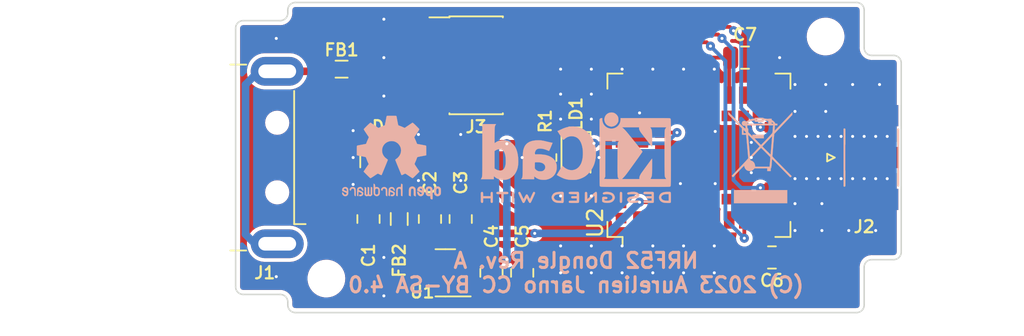
<source format=kicad_pcb>
(kicad_pcb (version 20211014) (generator pcbnew)

  (general
    (thickness 1.6)
  )

  (paper "A4")
  (title_block
    (title "NRF52 Dongle")
    (date "2023-03-12")
    (rev "A")
    (company "Aurelien Jarno <aurelien@aurel32.net>")
    (comment 1 "Licence: CC-BY SA 4.0")
  )

  (layers
    (0 "F.Cu" signal)
    (31 "B.Cu" signal)
    (32 "B.Adhes" user "B.Adhesive")
    (33 "F.Adhes" user "F.Adhesive")
    (34 "B.Paste" user)
    (35 "F.Paste" user)
    (36 "B.SilkS" user "B.Silkscreen")
    (37 "F.SilkS" user "F.Silkscreen")
    (38 "B.Mask" user)
    (39 "F.Mask" user)
    (40 "Dwgs.User" user "User.Drawings")
    (41 "Cmts.User" user "User.Comments")
    (42 "Eco1.User" user "User.Eco1")
    (43 "Eco2.User" user "User.Eco2")
    (44 "Edge.Cuts" user)
    (45 "Margin" user)
    (46 "B.CrtYd" user "B.Courtyard")
    (47 "F.CrtYd" user "F.Courtyard")
    (48 "B.Fab" user)
    (49 "F.Fab" user)
    (50 "User.1" user)
    (51 "User.2" user)
    (52 "User.3" user)
    (53 "User.4" user)
    (54 "User.5" user)
    (55 "User.6" user)
    (56 "User.7" user)
    (57 "User.8" user)
    (58 "User.9" user)
  )

  (setup
    (stackup
      (layer "F.SilkS" (type "Top Silk Screen"))
      (layer "F.Paste" (type "Top Solder Paste"))
      (layer "F.Mask" (type "Top Solder Mask") (thickness 0.01))
      (layer "F.Cu" (type "copper") (thickness 0.035))
      (layer "dielectric 1" (type "core") (thickness 1.51) (material "FR4") (epsilon_r 4.5) (loss_tangent 0.02))
      (layer "B.Cu" (type "copper") (thickness 0.035))
      (layer "B.Mask" (type "Bottom Solder Mask") (thickness 0.01))
      (layer "B.Paste" (type "Bottom Solder Paste"))
      (layer "B.SilkS" (type "Bottom Silk Screen"))
      (copper_finish "None")
      (dielectric_constraints no)
    )
    (pad_to_mask_clearance 0)
    (pcbplotparams
      (layerselection 0x00010fc_ffffffff)
      (disableapertmacros false)
      (usegerberextensions false)
      (usegerberattributes true)
      (usegerberadvancedattributes true)
      (creategerberjobfile true)
      (svguseinch false)
      (svgprecision 6)
      (excludeedgelayer true)
      (plotframeref false)
      (viasonmask false)
      (mode 1)
      (useauxorigin false)
      (hpglpennumber 1)
      (hpglpenspeed 20)
      (hpglpendiameter 15.000000)
      (dxfpolygonmode true)
      (dxfimperialunits true)
      (dxfusepcbnewfont true)
      (psnegative false)
      (psa4output false)
      (plotreference true)
      (plotvalue true)
      (plotinvisibletext false)
      (sketchpadsonfab false)
      (subtractmaskfromsilk false)
      (outputformat 1)
      (mirror false)
      (drillshape 1)
      (scaleselection 1)
      (outputdirectory "")
    )
  )

  (net 0 "")
  (net 1 "GND")
  (net 2 "+5V")
  (net 3 "+3V3")
  (net 4 "/RESET")
  (net 5 "/USB_D+")
  (net 6 "unconnected-(J3-Pad7)")
  (net 7 "unconnected-(J3-Pad8)")
  (net 8 "/USB_D-")
  (net 9 "VBUS")
  (net 10 "Net-(J2-Pad1)")
  (net 11 "Net-(LD1-Pad1)")
  (net 12 "/SWDIO")
  (net 13 "/SWDCLK")
  (net 14 "/SWO")
  (net 15 "Net-(FB1-Pad2)")
  (net 16 "Net-(LD1-Pad2)")
  (net 17 "unconnected-(U2-Pad1)")
  (net 18 "unconnected-(U2-Pad2)")
  (net 19 "unconnected-(U2-Pad3)")
  (net 20 "unconnected-(U2-Pad4)")
  (net 21 "unconnected-(U2-Pad5)")
  (net 22 "unconnected-(U2-Pad7)")
  (net 23 "unconnected-(U2-Pad16)")
  (net 24 "unconnected-(U2-Pad17)")
  (net 25 "unconnected-(U2-Pad18)")
  (net 26 "unconnected-(U2-Pad20)")
  (net 27 "unconnected-(U2-Pad21)")
  (net 28 "unconnected-(U2-Pad22)")
  (net 29 "unconnected-(U2-Pad23)")
  (net 30 "unconnected-(U2-Pad24)")
  (net 31 "unconnected-(U2-Pad25)")
  (net 32 "unconnected-(U2-Pad27)")
  (net 33 "unconnected-(U2-Pad28)")
  (net 34 "unconnected-(U2-Pad29)")
  (net 35 "unconnected-(U2-Pad32)")
  (net 36 "unconnected-(U2-Pad33)")
  (net 37 "unconnected-(U2-Pad34)")
  (net 38 "unconnected-(U2-Pad35)")
  (net 39 "unconnected-(U2-Pad36)")
  (net 40 "unconnected-(U2-Pad37)")
  (net 41 "unconnected-(U2-Pad38)")
  (net 42 "unconnected-(U2-Pad39)")
  (net 43 "unconnected-(U2-Pad40)")
  (net 44 "unconnected-(U2-Pad41)")
  (net 45 "unconnected-(U2-Pad42)")
  (net 46 "unconnected-(U2-Pad44)")
  (net 47 "unconnected-(U2-Pad45)")
  (net 48 "unconnected-(U2-Pad46)")
  (net 49 "unconnected-(U2-Pad47)")
  (net 50 "unconnected-(U2-Pad48)")
  (net 51 "unconnected-(U2-Pad49)")
  (net 52 "unconnected-(U2-Pad50)")
  (net 53 "unconnected-(U2-Pad51)")
  (net 54 "unconnected-(U2-Pad52)")

  (footprint "Connector_PinHeader_1.27mm:PinHeader_2x05_P1.27mm_Vertical_SMD" (layer "F.Cu") (at 145.8 95.504))

  (footprint "Inductor_SMD:L_0805_2012Metric" (layer "F.Cu") (at 140.716 105.664 -90))

  (footprint "Package_TO_SOT_SMD:SOT-23" (layer "F.Cu") (at 143.764 109.22 180))

  (footprint "LED_SMD:LED_0805_2012Metric" (layer "F.Cu") (at 152.4 101.6 -90))

  (footprint "Package_TO_SOT_SMD:SOT-143" (layer "F.Cu") (at 139.7 101.6 -90))

  (footprint "Connector_USB:USB_A_CNCTech_1001-011-01101_Horizontal" (layer "F.Cu") (at 125.75 101.6 180))

  (footprint "Capacitor_SMD:C_0805_2012Metric" (layer "F.Cu") (at 138.684 105.664 -90))

  (footprint "MountingHole:MountingHole_2mm" (layer "F.Cu") (at 135.9 109.6))

  (footprint "kicad:SMA_RF-Solutions_CON-SMA-EDGE-S_EdgeMount" (layer "F.Cu") (at 171.704 101.6))

  (footprint "Capacitor_SMD:C_0805_2012Metric" (layer "F.Cu") (at 144.78 105.664 90))

  (footprint "Capacitor_SMD:C_0805_2012Metric" (layer "F.Cu") (at 146.812 109.22 -90))

  (footprint "Capacitor_SMD:C_0805_2012Metric" (layer "F.Cu") (at 148.844 109.22 -90))

  (footprint "kicad:NINA-B301" (layer "F.Cu") (at 160.528 101.45 90))

  (footprint "Capacitor_SMD:C_0805_2012Metric" (layer "F.Cu") (at 163.576 94.996))

  (footprint "Capacitor_SMD:C_0805_2012Metric" (layer "F.Cu") (at 165.354 108.204))

  (footprint "Inductor_SMD:L_0805_2012Metric" (layer "F.Cu") (at 136.906 95.758 180))

  (footprint "Resistor_SMD:R_0805_2012Metric" (layer "F.Cu") (at 150.368 101.6 90))

  (footprint "Capacitor_SMD:C_0805_2012Metric" (layer "F.Cu") (at 142.748 105.664 90))

  (footprint "MountingHole:MountingHole_2mm" (layer "F.Cu") (at 168.9 93.6))

  (footprint "Symbol:WEEE-Logo_4.2x6mm_SilkScreen" (layer "B.Cu") (at 164.592 101.6 180))

  (footprint "Symbol:OSHW-Logo2_7.3x6mm_SilkScreen" (layer "B.Cu") (at 140.208 101.6 180))

  (footprint "Symbol:KiCad-Logo2_5mm_SilkScreen" locked (layer "B.Cu")
    (tedit 0) (tstamp e4e89c0e-95a9-426e-ae25-ee29c48c2e9c)
    (at 152.4 101.6 180)
    (descr "KiCad Logo")
    (tags "Logo KiCad")
    (attr exclude_from_pos_files exclude_from_bom)
    (fp_text reference "REF**" (at 0 5.08) (layer "B.SilkS") hide
      (effects (font (size 1 1) (thickness 0.15)) (justify mirror))
      (tstamp be39bb31-ed93-4af4-8934-f107504abd01)
    )
    (fp_text value "KiCad-Logo2_5mm_SilkScreen" (at 0 -5.08) (layer "B.Fab") hide
      (effects (font (size 1 1) (thickness 0.15)) (justify mirror))
      (tstamp 381ca6c6-a100-45f7-a4cd-6935114473c0)
    )
    (fp_poly (pts
        (xy -3.691703 -2.270351)
        (xy -3.616888 -2.275581)
        (xy -3.547306 -2.28375)
        (xy -3.487002 -2.29455)
        (xy -3.44002 -2.307673)
        (xy -3.410406 -2.322813)
        (xy -3.40586 -2.327269)
        (xy -3.390054 -2.36185)
        (xy -3.394847 -2.397351)
        (xy -3.419364 -2.427725)
        (xy -3.420534 -2.428596)
        (xy -3.434954 -2.437954)
        (xy -3.450008 -2.442876)
        (xy -3.471005 -2.443473)
        (xy -3.503257 -2.439861)
        (xy -3.552073 -2.432154)
        (xy -3.556 -2.431505)
        (xy -3.628739 -2.422569)
        (xy -3.707217 -2.418161)
        (xy -3.785927 -2.418119)
        (xy -3.859361 -2.422279)
        (xy -3.922011 -2.430479)
        (xy -3.96837 -2.442557)
        (xy -3.971416 -2.443771)
        (xy -4.005048 -2.462615)
        (xy -4.016864 -2.481685)
        (xy -4.007614 -2.500439)
        (xy -3.978047 -2.518337)
        (xy -3.928911 -2.534837)
        (xy -3.860957 -2.549396)
        (xy -3.815645 -2.556406)
        (xy -3.721456 -2.569889)
        (xy -3.646544 -2.582214)
        (xy -3.587717 -2.594449)
        (xy -3.541785 -2.607661)
        (xy -3.505555 -2.622917)
        (xy -3.475838 -2.641285)
        (xy -3.449442 -2.663831)
        (xy -3.42823 -2.685971)
        (xy -3.403065 -2.716819)
        (xy -3.390681 -2.743345)
        (xy -3.386808 -2.776026)
        (xy -3.386667 -2.787995)
        (xy -3.389576 -2.827712)
        (xy -3.401202 -2.857259)
        (xy -3.421323 -2.883486)
        (xy -3.462216 -2.923576)
        (xy -3.507817 -2.954149)
        (xy -3.561513 -2.976203)
        (xy -3.626692 -2.990735)
        (xy -3.706744 -2.998741)
        (xy -3.805057 -3.001218)
        (xy -3.821289 -3.001177)
        (xy -3.886849 -2.999818)
        (xy -3.951866 -2.99673)
        (xy -4.009252 -2.992356)
        (xy -4.051922 -2.98714)
        (xy -4.055372 -2.986541)
        (xy -4.097796 -2.976491)
        (xy -4.13378 -2.963796)
        (xy -4.15415 -2.95219)
        (xy -4.173107 -2.921572)
        (xy -4.174427 -2.885918)
        (xy -4.158085 -2.854144)
        (xy -4.154429 -2.850551)
        (xy -4.139315 -2.839876)
        (xy -4.120415 -2.835276)
        (xy -4.091162 -2.836059)
        (xy -4.055651 -2.840127)
        (xy -4.01597 -2.843762)
        (xy -3.960345 -2.846828)
        (xy -3.895406 -2.849053)
        (xy -3.827785 -2.850164)
        (xy -3.81 -2.850237)
        (xy -3.742128 -2.849964)
        (xy -3.692454 -2.848646)
        (xy -3.65661 -2.845827)
        (xy -3.630224 -2.84105)
        (xy -3.608926 -2.833857)
        (xy -3.596126 -2.827867)
        (xy -3.568 -2.811233)
        (xy -3.550068 -2.796168)
        (xy -3.547447 -2.791897)
        (xy -3.552976 -2.774263)
        (xy -3.57926 -2.757192)
        (xy -3.624478 -2.741458)
        (xy -3.686808 -2.727838)
        (xy -3.705171 -2.724804)
        (xy -3.80109 -2.709738)
        (xy -3.877641 -2.697146)
        (xy -3.93778 -2.686111)
        (xy -3.98446 -2.67572)
        (xy -4.020637 -2.665056)
        (xy -4.049265 -2.653205)
        (xy -4.073298 -2.639251)
        (xy -4.095692 -2.622281)
        (xy -4.119402 -2.601378)
        (xy -4.12738 -2.594049)
        (xy -4.155353 -2.566699)
        (xy -4.17016 -2.545029)
        (xy -4.175952 -2.520232)
        (xy -4.176889 -2.488983)
        (xy -4.166575 -2.427705)
        (xy -4.135752 -2.37564)
        (xy -4.084595 -2.332958)
        (xy -4.013283 -2.299825)
        (xy -3.9624 -2.284964)
        (xy -3.9071 -2.275366)
        (xy -3.840853 -2.269936)
        (xy -3.767706 -2.268367)
        (xy -3.691703 -2.270351)
      ) (layer "B.SilkS") (width 0.01) (fill solid) (tstamp 06e93b06-f6bf-4b84-87c2-16b5b0282b66))
    (fp_poly (pts
        (xy 4.963065 -2.269163)
        (xy 5.041772 -2.269542)
        (xy 5.102863 -2.270333)
        (xy 5.148817 -2.27167)
        (xy 5.182114 -2.273683)
        (xy 5.205236 -2.276506)
        (xy 5.220662 -2.280269)
        (xy 5.230871 -2.285105)
        (xy 5.235813 -2.288822)
        (xy 5.261457 -2.321358)
        (xy 5.264559 -2.355138)
        (xy 5.248711 -2.385826)
        (xy 5.238348 -2.398089)
        (xy 5.227196 -2.40645)
        (xy 5.211035 -2.411657)
        (xy 5.185642 -2.414457)
        (xy 5.146798 -2.415596)
        (xy 5.09028 -2.415821)
        (xy 5.07918 -2.415822)
        (xy 4.933244 -2.415822)
        (xy 4.933244 -2.686756)
        (xy 4.933148 -2.772154)
        (xy 4.932711 -2.837864)
        (xy 4.931712 -2.886774)
        (xy 4.929928 -2.921773)
        (xy 4.927137 -2.945749)
        (xy 4.923117 -2.961593)
        (xy 4.917645 -2.972191)
        (xy 4.910666 -2.980267)
        (xy 4.877734 -3.000112)
        (xy 4.843354 -2.998548)
        (xy 4.812176 -2.975906)
        (xy 4.809886 -2.9731)
        (xy 4.802429 -2.962492)
        (xy 4.796747 -2.950081)
        (xy 4.792601 -2.93285)
        (xy 4.78975 -2.907784)
        (xy 4.787954 -2.871867)
        (xy 4.786972 -2.822083)
        (xy 4.786564 -2.755417)
        (xy 4.786489 -2.679589)
        (xy 4.786489 -2.415822)
        (xy 4.647127 -2.415822)
        (xy 4.587322 -2.415418)
        (xy 4.545918 -2.41384)
        (xy 4.518748 -2.410547)
        (xy 4.501646 -2.404992)
        (xy 4.490443 -2.396631)
        (xy 4.489083 -2.395178)
        (xy 4.472725 -2.361939)
        (xy 4.474172 -2.324362)
        (xy 4.492978 -2.291645)
        (xy 4.50025 -2.285298)
        (xy 4.509627 -2.280266)
        (xy 4.523609 -2.276396)
        (xy 4.544696 -2.273537)
        (xy 4.575389 -2.271535)
        (xy 4.618189 -2.270239)
        (xy 4.675595 -2.269498)
        (xy 4.75011 -2.269158)
        (xy 4.844233 -2.269068)
        (xy 4.86426 -2.269067)
        (xy 4.963065 -2.269163)
      ) (layer "B.SilkS") (width 0.01) (fill solid) (tstamp 082fcff5-8fad-4c0b-a757-e637d6eaf42b))
    (fp_poly (pts
        (xy 6.186507 0.527755)
        (xy 6.186526 0.293338)
        (xy 6.186552 0.080397)
        (xy 6.186625 -0.112168)
        (xy 6.186782 -0.285459)
        (xy 6.187064 -0.440576)
        (xy 6.187509 -0.57862)
        (xy 6.188156 -0.700692)
        (xy 6.189045 -0.807894)
        (xy 6.190213 -0.901326)
        (xy 6.191701 -0.98209)
        (xy 6.193546 -1.051286)
        (xy 6.195789 -1.110015)
        (xy 6.198469 -1.159379)
        (xy 6.201623 -1.200478)
        (xy 6.205292 -1.234413)
        (xy 6.209513 -1.262286)
        (xy 6.214327 -1.285198)
        (xy 6.219773 -1.304249)
        (xy 6.225888 -1.32054)
        (xy 6.232712 -1.335173)
        (xy 6.240285 -1.349249)
        (xy 6.248645 -1.363868)
        (xy 6.253839 -1.372974)
        (xy 6.288104 -1.433689)
        (xy 5.429955 -1.433689)
        (xy 5.429955 -1.337733)
        (xy 5.429224 -1.29437)
        (xy 5.427272 -1.261205)
        (xy 5.424463 -1.243424)
        (xy 5.423221 -1.241778)
        (xy 5.411799 -1.248662)
        (xy 5.389084 -1.266505)
        (xy 5.366385 -1.285879)
        (xy 5.3118 -1.326614)
        (xy 5.242321 -1.367617)
        (xy 5.16527 -1.405123)
        (xy 5.087965 -1.435364)
        (xy 5.057113 -1.445012)
        (xy 4.988616 -1.459578)
        (xy 4.905764 -1.469539)
        (xy 4.816371 -1.474583)
        (xy 4.728248 -1.474396)
        (xy 4.649207 -1.468666)
        (xy 4.611511 -1.462858)
        (xy 4.473414 -1.424797)
        (xy 4.346113 -1.367073)
        (xy 4.230292 -1.290211)
        (xy 4.126637 -1.194739)
        (xy 4.035833 -1.081179)
        (xy 3.969031 -0.970381)
        (xy 3.914164 -0.853625)
        (xy 3.872163 -0.734276)
        (xy 3.842167 -0.608283)
        (xy 3.823311 -0.471594)
        (xy 3.814732 -0.320158)
        (xy 3.814006 -0.242711)
        (xy 3.8161 -0.185934)
        (xy 4.645217 -0.185934)
        (xy 4.645424 -0.279002)
        (xy 4.648337 -0.366692)
        (xy 4.654 -0.443772)
        (xy 4.662455 -0.505009)
        (xy 4.665038 -0.51735)
        (xy 4.69684 -0.624633)
        (xy 4.738498 -0.711658)
        (xy 4.790363 -0.778642)
        (xy 4.852781 -0.825805)
        (xy 4.9261 -0.853365)
        (xy 5.010669 -0.861541)
        (xy 5.106835 -0.850551)
        (xy 5.170311 -0.834829)
        (xy 5.219454 -0.816639)
        (xy 5.273583 -0.790791)
        (xy 5.314244 -0.767089)
        (xy 5.3848 -0.720721)
        (xy 5.3848 0.42947)
        (xy 5.317392 0.473038)
        (xy 5.238867 0.51396)
        (xy 5.154681 0.540611)
        (xy 5.069557 0.552535)
        (xy 4.988216 0.549278)
        (xy 4.91538 0.530385)
        (xy 4.883426 0.514816)
        (xy 4.825501 0.471819)
        (xy 4.776544 0.415047)
        (xy 4.73539 0.342425)
        (xy 4.700874 0.251879)
        (xy 4.671833 0.141334)
        (xy 4.670552 0.135467)
        (xy 4.660381 0.073212)
        (xy 4.652739 -0.004594)
        (xy 4.64767 -0.09272)
        (xy 4.645217 -0.185934)
        (xy 3.8161 -0.185934)
        (xy 3.821857 -0.029895)
        (xy 3.843802 0.165941)
        (xy 3.879786 0.344668)
        (xy 3.929759 0.506155)
        (xy 3.993668 0.650274)
        (xy 4.071462 0.776894)
        (xy 4.163089 0.885885)
        (xy 4.268497 0.977117)
        (xy 4.313662 1.008068)
        (xy 4.414611 1.064215)
        (xy 4.517901 1.103826)
        (xy 4.627989 1.127986)
        (xy 4.74933 1.137781)
        (xy 4.841836 1.136735)
        (xy 4.97149 1.125769)
        (xy 5.084084 1.103954)
        (xy 5.182875 1.070286)
        (xy 5.271121 1.023764)
        (xy 5.319986 0.989552)
        (xy 5.349353 0.967638)
        (xy 5.371043 0.952667)
        (xy 5.379253 0.948267)
        (xy 5.380868 0.959096)
        (xy 5.382159 0.989749)
        (xy 5.383138 1.037474)
        (xy 5.383817 1.099521)
        (xy 5.38421 1.173138)
        (xy 5.38433 1.255573)
        (xy 5.384188 1.344075)
        (xy 5.383797 1.435893)
        (xy 5.383171 1.528276)
        (xy 5.38232 1.618472)
        (xy 5.38126 1.703729)
        (xy 5.380001 1.781297)
        (xy 5.378556 1.848424)
        (xy 5.376938 1.902359)
        (xy 5.375161 1.94035)
        (xy 5.374669 1.947333)
        (xy 5.367092 2.017749)
        (xy 5.355531 2.072898)
        (xy 5.337792 2.120019)
        (xy 5.311682 2.166353)
        (xy 5.305415 2.175933)
        (xy 5.280983 2.212622)
        (xy 6.186311 2.212622)
        (xy 6.186507 0.527755)
      ) (layer "B.SilkS") (width 0.01) (fill solid) (tstamp 119c717f-e8f2-41c3-a4ee-abfeab500711))
    (fp_poly (pts
        (xy 4.188614 -2.275877)
        (xy 4.212327 -2.290647)
        (xy 4.238978 -2.312227)
        (xy 4.238978 -2.633773)
        (xy 4.238893 -2.72783)
        (xy 4.238529 -2.801932)
        (xy 4.237724 -2.858704)
        (xy 4.236313 -2.900768)
        (xy 4.234133 -2.930748)
        (xy 4.231021 -2.951267)
        (xy 4.226814 -2.964949)
        (xy 4.221348 -2.974416)
        (xy 4.217472 -2.979082)
        (xy 4.186034 -2.999575)
        (xy 4.150233 -2.998739)
        (xy 4.118873 -2.981264)
        (xy 4.092222 -2.959684)
        (xy 4.092222 -2.312227)
        (xy 4.118873 -2.290647)
        (xy 4.144594 -2.274949)
        (xy 4.1656 -2.269067)
        (xy 4.188614 -2.275877)
      ) (layer "B.SilkS") (width 0.01) (fill solid) (tstamp 1e04fb7e-a541-47b2-b6da-9d28fd360390))
    (fp_poly (pts
        (xy -2.923822 -2.291645)
        (xy -2.917242 -2.299218)
        (xy -2.912079 -2.308987)
        (xy -2.908164 -2.323571)
        (xy -2.905324 -2.345585)
        (xy -2.903387 -2.377648)
        (xy -2.902183 -2.422375)
        (xy -2.901539 -2.482385)
        (xy -2.901284 -2.560294)
        (xy -2.901245 -2.635956)
        (xy -2.901314 -2.729802)
        (xy -2.901638 -2.803689)
        (xy -2.902386 -2.860232)
        (xy -2.903732 -2.902049)
        (xy -2.905846 -2.931757)
        (xy -2.9089 -2.951973)
        (xy -2.913066 -2.965314)
        (xy -2.918516 -2.974398)
        (xy -2.923822 -2.980267)
        (xy -2.956826 -2.999947)
        (xy -2.991991 -2.998181)
        (xy -3.023455 -2.976717)
        (xy -3.030684 -2.968337)
        (xy -3.036334 -2.958614)
        (xy -3.040599 -2.944861)
        (xy -3.043673 -2.924389)
        (xy -3.045752 -2.894512)
        (xy -3.04703 -2.852541)
        (xy -3.047701 -2.795789)
        (xy -3.047959 -2.721567)
        (xy -3.048 -2.637537)
        (xy -3.048 -2.324485)
        (xy -3.020291 -2.296776)
        (xy -2.986137 -2.273463)
        (xy -2.953006 -2.272623)
        (xy -2.923822 -2.291645)
      ) (layer "B.SilkS") (width 0.01) (fill solid) (tstamp 20408253-5d5f-4fb7-ba68-7a3286a3149d))
    (fp_poly (pts
        (xy 1.018309 -2.269275)
        (xy 1.147288 -2.273636)
        (xy 1.256991 -2.286861)
        (xy 1.349226 -2.309741)
        (xy 1.425802 -2.34307)
        (xy 1.488527 -2.387638)
        (xy 1.539212 -2.444236)
        (xy 1.579663 -2.513658)
        (xy 1.580459 -2.515351)
        (xy 1.604601 -2.577483)
        (xy 1.613203 -2.632509)
        (xy 1.606231 -2.687887)
        (xy 1.583654 -2.751073)
        (xy 1.579372 -2.760689)
        (xy 1.550172 -2.816966)
        (xy 1.517356 -2.860451)
        (xy 1.475002 -2.897417)
        (xy 1.41719 -2.934135)
        (xy 1.413831 -2.936052)
        (xy 1.363504 -2.960227)
        (xy 1.306621 -2.978282)
        (xy 1.239527 -2.990839)
        (xy 1.158565 -2.998522)
        (xy 1.060082 -3.001953)
        (xy 1.025286 -3.002251)
        (xy 0.859594 -3.002845)
        (xy 0.836197 -2.9731)
        (xy 0.829257 -2.963319)
        (xy 0.823842 -2.951897)
        (xy 0.819765 -2.936095)
        (xy 0.816837 -2.913175)
        (xy 0.814867 -2.880396)
        (xy 0.814225 -2.856089)
        (xy 0.970844 -2.856089)
        (xy 1.064726 -2.856089)
        (xy 1.119664 -2.854483)
        (xy 1.17606 -2.850255)
        (xy 1.222345 -2.844292)
        (xy 1.225139 -2.84379)
        (xy 1.307348 -2.821736)
        (xy 1.371114 -2.7886)
        (xy 1.418452 -2.742847)
        (xy 1.451382 -2.682939)
        (xy 1.457108 -2.667061)
        (xy 1.462721 -2.642333)
        (xy 1.460291 -2.617902)
        (xy 1.448467 -2.5854)
        (xy 1.44134 -2.569434)
        (xy 1.418 -2.527006)
        (xy 1.38988 -2.49724)
        (xy 1.35894 -2.476511)
        (xy 1.296966 -2.449537)
        (xy 1.217651 -2.429998)
        (xy 1.125253 -2.418746)
        (xy 1.058333 -2.41627)
        (xy 0.970844 -2.415822)
        (xy 0.970844 -2.856089)
        (xy 0.814225 -2.856089)
        (xy 0.813668 -2.835021)
        (xy 0.81305 -2.774311)
        (xy 0.812825 -2.695526)
        (xy 0.8128 -2.63392)
        (xy 0.8128 -2.324485)
        (xy 0.840509 -2.296776)
        (xy 0.852806 -2.285544)
        (xy 0.866103 -2.277853)
        (xy 0.884672 -2.27304)
        (xy 0.912786 -2.270446)
        (xy 0.954717 -2.26941)
        (xy 1.014737 -2.26927)
        (xy 1.018309 -2.269275)
      ) (layer "B.SilkS") (width 0.01) (fill solid) (tstamp 25d3110b-a912-47ca-b4a2-0faccca5fdcc))
    (fp_poly (pts
        (xy 0.328429 2.050929)
        (xy 0.48857 2.029755)
        (xy 0.65251 1.989615)
        (xy 0.822313 1.930111)
        (xy 1.000043 1.850846)
        (xy 1.01131 1.845301)
        (xy 1.069005 1.817275)
        (xy 1.120552 1.793198)
        (xy 1.162191 1.774751)
        (xy 1.190162 1.763614)
        (xy 1.199733 1.761067)
        (xy 1.21895 1.756059)
        (xy 1.223561 1.751853)
        (xy 1.218458 1.74142)
        (xy 1.202418 1.715132)
        (xy 1.177288 1.675743)
        (xy 1.144914 1.626009)
        (xy 1.107143 1.568685)
        (xy 1.065822 1.506524)
        (xy 1.022798 1.442282)
        (xy 0.979917 1.378715)
        (xy 0.939026 1.318575)
        (xy 0.901971 1.26462)
        (xy 0.8706 1.219603)
        (xy 0.846759 1.186279)
        (xy 0.832294 1.167403)
        (xy 0.830309 1.165213)
        (xy 0.820191 1.169862)
        (xy 0.79785 1.187038)
        (xy 0.76728 1.21356)
        (xy 0.751536 1.228036)
        (xy 0.655047 1.303318)
        (xy 0.548336 1.358759)
        (xy 0.432832 1.393859)
        (xy 0.309962 1.40812)
        (xy 0.240561 1.406949)
        (xy 0.119423 1.389788)
        (xy 0.010205 1.353906)
        (xy -0.087418 1.299041)
        (xy -0.173772 1.22493)
        (xy -0.249185 1.131312)
        (xy -0.313982 1.017924)
        (xy -0.351399 0.931333)
        (xy -0.395252 0.795634)
        (xy -0.427572 0.64815)
        (xy -0.448443 0.492686)
        (xy -0.457949 0.333044)
        (xy -0.456173 0.173027)
        (xy -0.443197 0.016439)
        (xy -0.419106 -0.132918)
        (xy -0.383982 -0.27124)
        (xy -0.337908 -0.394724)
        (xy -0.321627 -0.428978)
        (xy -0.25338 -0.543064)
        (xy -0.172921 -0.639557)
        (xy -0.08143 -0.71767)
        (xy 0.019911 -0.776617)
        (xy 0.12992 -0.815612)
        (xy 0.247415 -0.833868)
        (xy 0.288883 -0.835211)
        (xy 0.410441 -0.82429)
        (xy 0.530878 -0.791474)
        (xy 0.648666 -0.737439)
        (xy 0.762277 -0.662865)
        (xy 0.853685 -0.584539)
        (xy 0.900215 -0.540008)
        (xy 1.081483 -0.837271)
        (xy 1.12658 -0.911433)
        (xy 1.167819 -0.979646)
        (xy 1.203735 -1.039459)
        (xy 1.232866 -1.08842)
        (xy 1.25375 -1.124079)
        (xy 1.264924 -1.143984)
        (xy 1.266375 -1.147079)
        (xy 1.258146 -1.156718)
        (xy 1.232567 -1.173999)
        (xy 1.192873 -1.197283)
        (xy 1.142297 -1.224934)
        (xy 1.084074 -1.255315)
        (xy 1.021437 -1.28679)
        (xy 0.957621 -1.317722)
        (xy 0.89586 -1.346473)
        (xy 0.839388 -1.371408)
        (xy 0.791438 -1.390889)
        (xy 0.767986 -1.399318)
        (xy 0.634221 -1.437133)
        (xy 0.496327 -1.462136)
        (xy 0.348622 -1.47514)
        (xy 0.221833 -1.477468)
        (xy 0.153878 -1.476373)
        (xy 0.088277 -1.474275)
        (xy 0.030847 -1.471434)
        (xy -0.012597 -1.468106)
        (xy -0.026702 -1.466422)
        (xy -0.165716 -1.437587)
        (xy -0.307243 -1.392468)
        (xy -0.444725 -1.33375)
        (xy -0.571606 -1.26412)
        (xy -0.649111 -1.211441)
        (xy -0.776519 -1.103239)
        (xy -0.894822 -0.976671)
        (xy -1.001828 -0.834866)
        (xy -1.095348 -0.680951)
        (xy -1.17319 -0.518053)
        (xy -1.217044 -0.400756)
        (xy -1.267292 -0.217128)
        (xy -1.300791 -0.022581)
        (xy -1.317551 0.178675)
        (xy -1.317584 0.382432)
        (xy -1.300899 0.584479)
        (xy -1.267507 0.780608)
        (xy -1.21742 0.966609)
        (xy -1.213603 0.978197)
        (xy -1.150719 1.14025)
        (xy -1.073972 1.288168)
        (xy -0.980758 1.426135)
        (xy -0.868473 1.558339)
        (xy -0.824608 1.603601)
        (xy -0.688466 1.727543)
        (xy -0.548509 1.830085)
        (xy -0.402589 1.912344)
        (xy -0.248558 1.975436)
        (xy -0.084268 2.020477)
        (xy 0.011289 2.037967)
        (xy 0.170023 2.053534)
        (xy 0.328429 2.050929)
      ) (layer "B.SilkS") (width 0.01) (fill solid) (tstamp 3a746170-e99f-40f8-8ae3-1ff9fb5c7914))
    (fp_poly (pts
        (xy -1.300114 -2.273448)
        (xy -1.276548 -2.287273)
        (xy -1.245735 -2.309881)
        (xy -1.206078 -2.342338)
        (xy -1.15598 -2.385708)
        (xy -1.093843 -2.441058)
        (xy -1.018072 -2.509451)
        (xy -0.931334 -2.588084)
        (xy -0.750711 -2.751878)
        (xy -0.745067 -2.532029)
        (xy -0.743029 -2.456351)
        (xy -0.741063 -2.399994)
        (xy -0.738734 -2.359706)
        (xy -0.735606 -2.332235)
        (xy -0.731245 -2.314329)
        (xy -0.725216 -2.302737)
        (xy -0.717084 -2.294208)
        (xy -0.712772 -2.290623)
        (xy -0.678241 -2.27167)
        (xy -0.645383 -2.274441)
        (xy -0.619318 -2.290633)
        (xy -0.592667 -2.312199)
        (xy -0.589352 -2.627151)
        (xy -0.588435 -2.719779)
        (xy -0.587968 -2.792544)
        (xy -0.588113 -2.848161)
        (xy -0.589032 -2.889342)
        (xy -0.590887 -2.918803)
        (xy -0.593839 -2.939255)
        (xy -0.59805 -2.953413)
        (xy -0.603682 -2.963991)
        (xy -0.609927 -2.972474)
        (xy -0.623439 -2.988207)
        (xy -0.636883 -2.998636)
        (xy -0.652124 -3.002639)
        (xy -0.671026 -2.999094)
        (xy -0.695455 -2.986879)
        (xy -0.727273 -2.964871)
        (xy -0.768348 -2.931949)
        (xy -0.820542 -2.886991)
        (xy -0.885722 -2.828875)
        (xy -0.959556 -2.762099)
        (xy -1.224845 -2.521458)
        (xy -1.230489 -2.740589)
        (xy -1.232531 -2.816128)
        (xy -1.234502 -2.872354)
        (xy -1.236839 -2.912524)
        (xy -1.239981 -2.939896)
        (xy -1.244364 -2.957728)
        (xy -1.250424 -2.969279)
        (xy -1.2586 -2.977807)
        (xy -1.262784 -2.981282)
        (xy -1.299765 -3.000372)
        (xy -1.334708 -2.997493)
        (xy -1.365136 -2.9731)
        (xy -1.372097 -2.963286)
        (xy -1.377523 -2.951826)
        (xy -1.381603 -2.935968)
        (xy -1.384529 -2.912963)
        (xy -1.386492 -2.880062)
        (xy -1.387683 -2.834516)
        (xy -1.388292 -2.773573)
        (xy -1.388511 -2.694486)
        (xy -1.388534 -2.635956)
        (xy -1.38846 -2.544407)
        (xy -1.388113 -2.472687)
        (xy -1.387301 -2.418045)
        (xy -1.385833 -2.377732)
        (xy -1.383519 -2.348998)
        (xy -1.380167 -2.329093)
        (xy -1.375588 -2.315268)
        (xy -1.369589 -2.304772)
        (xy -1.365136 -2.298811)
        (xy -1.35385 -2.284691)
        (xy -1.343301 -2.274029)
        (xy -1.331893 -2.267892)
        (xy -1.31803 -2.267343)
        (xy -1.300114 -2.273448)
      ) (layer "B.SilkS") (width 0.01) (fill solid) (tstamp 64e462df-17fd-4094-bb2a-eb1019967697))
    (fp_poly (pts
        (xy -6.121371 -2.269066)
        (xy -6.081889 -2.269467)
        (xy -5.9662 -2.272259)
        (xy -5.869311 -2.28055)
        (xy -5.787919 -2.295232)
        (xy -5.718723 -2.317193)
        (xy -5.65842 -2.347322)
        (xy -5.603708 -2.38651)
        (xy -5.584167 -2.403532)
        (xy -5.55175 -2.443363)
        (xy -5.52252 -2.497413)
        (xy -5.499991 -2.557323)
        (xy -5.487679 -2.614739)
        (xy -5.4864 -2.635956)
        (xy -5.494417 -2.694769)
        (xy -5.515899 -2.759013)
        (xy -5.546999 -2.819821)
        (xy -5.583866 -2.86833)
        (xy -5.589854 -2.874182)
        (xy -5.640579 -2.915321)
        (xy -5.696125 -2.947435)
        (xy -5.759696 -2.971365)
        (xy -5.834494 -2.987953)
        (xy -5.923722 -2.998041)
        (xy -6.030582 -3.002469)
        (xy -6.079528 -3.002845)
        (xy -6.141762 -3.002545)
        (xy -6.185528 -3.001292)
        (xy -6.214931 -2.998554)
        (xy -6.234079 -2.993801)
        (xy -6.247077 -2.986501)
        (xy -6.254045 -2.980267)
        (xy -6.260626 -2.972694)
        (xy -6.265788 -2.962924)
        (xy -6.269703 -2.94834)
        (xy -6.272543 -2.926326)
        (xy -6.27448 -2.894264)
        (xy -6.275684 -2.849536)
        (xy -6.276328 -2.789526)
        (xy -6.276583 -2.711617)
        (xy -6.276622 -2.635956)
        (xy -6.27687 -2.535041)
        (xy -6.276817 -2.454427)
        (xy -6.275857 -2.415822)
        (xy -6.129867 -2.415822)
        (xy -6.129867 -2.856089)
        (xy -6.036734 -2.856004)
        (xy -5.980693 -2.854396)
        (xy -5.921999 -2.850256)
        (xy -5.873028 -2.844464)
        (xy -5.871538 -2.844226)
        (xy -5.792392 -2.82509)
        (xy -5.731002 -2.795287)
        (xy -5.684305 -2.752878)
        (xy -5.654635 -2.706961)
        (xy -5.636353 -2.656026)
        (xy -5.637771 -2.6082)
        (xy -5.658988 -2.556933)
        (xy -5.700489 -2.503899)
        (xy -5.757998 -2.4646)
        (xy -5.83275 -2.438331)
        (xy -5.882708 -2.429035)
        (xy -5.939416 -2.422507)
        (xy -5.999519 -2.417782)
        (xy -6.050639 -2.415817)
        (xy -6.053667 -2.415808)
        (xy -6.129867 -2.415822)
        (xy -6.275857 -2.415822)
        (xy -6.27526 -2.391851)
        (xy -6.270998 -2.345055)
        (xy -6.26283 -2.311778)
        (xy -6.249556 -2.289759)
        (xy -6.229974 -2.276739)
        (xy -6.202883 -2.270457)
        (xy -6.167082 -2.268653)
        (xy -6.121371 -2.269066)
      ) (layer "B.SilkS") (width 0.01) (fill solid) (tstamp 66443667-5829-4446-9d11-a4443be4e13c))
    (fp_poly (pts
        (xy -2.9464 2.510946)
        (xy -2.935535 2.397007)
        (xy -2.903918 2.289384)
        (xy -2.853015 2.190385)
        (xy -2.784293 2.102316)
        (xy -2.699219 2.027484)
        (xy -2.602232 1.969616)
        (xy -2.495964 1.929995)
        (xy -2.38895 1.911427)
        (xy -2.2833 1.912566)
        (xy -2.181125 1.93207)
        (xy -2.084534 1.968594)
        (xy -1.995638 2.020795)
        (xy -1.916546 2.087327)
        (xy -1.849369 2.166848)
        (xy -1.796217 2.258013)
        (xy -1.759199 2.359477)
        (xy -1.740427 2.469898)
        (xy -1.738489 2.519794)
        (xy -1.738489 2.607733)
        (xy -1.68656 2.607733)
        (xy -1.650253 2.604889)
        (xy -1.623355 2.593089)
        (xy -1.596249 2.569351)
        (xy -1.557867 2.530969)
        (xy -1.557867 0.339398)
        (xy -1.557876 0.077261)
        (xy -1.557908 -0.163241)
        (xy -1.557972 -0.383048)
        (xy -1.558076 -0.583101)
        (xy -1.558227 -0.764344)
        (xy -1.558434 -0.927716)
        (xy -1.558706 -1.07416)
        (xy -1.55905 -1.204617)
        (xy -1.559474 -1.320029)
        (xy -1.559987 -1.421338)
        (xy -1.560597 -1.509484)
        (xy -1.561312 -1.58541)
        (xy -1.56214 -1.650057)
        (xy -1.563089 -1.704367)
        (xy -1.564167 -1.74928)
        (xy -1.565383 -1.78574)
        (xy -1.566745 -1.814687)
        (xy -1.568261 -1.837063)
        (xy -1.569938 -1.853809)
        (xy -1.571786 -1.865868)
        (xy -1.573813 -1.87418)
        (xy -1.576025 -1.879687)
        (xy -1.577108 -1.881537)
        (xy -1.581271 -1.888549)
        (xy -1.584805 -1.894996)
        (xy -1.588635 -1.9009)
        (xy -1.593682 -1.906286)
        (xy -1.600871 -1.911178)
        (xy -1.611123 -1.915598)
        (xy -1.625364 -1.919572)
        (xy -1.644514 -1.923121)
        (xy -1.669499 -1.92627)
        (xy -1.70124 -1.929042)
        (xy -1.740662 -1.931461)
        (xy -1.788686 -1.933551)
        (xy -1.846237 -1.935335)
        (xy -1.914237 -1.936837)
        (xy -1.99361 -1.93808)
        (xy -2.085279 -1.939089)
        (xy -2.190166 -1.939885)
        (xy -2.309196 -1.940494)
        (xy -2.44329 -1.940939)
        (xy -2.593373 -1.941243)
        (xy -2.760367 -1.94143)
        (xy -2.945196 -1.941524)
        (xy -3.148783 -1.941548)
        (xy -3.37205 -1.941525)
        (xy -3.615922 -1.94148)
        (xy -3.881321 -1.941437)
        (xy -3.919704 -1.941432)
        (xy -4.186682 -1.941389)
        (xy -4.432002 -1.941318)
        (xy -4.656583 -1.941213)
        (xy -4.861345 -1.941066)
        (xy -5.047206 -1.940869)
        (xy -5.215088 -1.940616)
        (xy -5.365908 -1.9403)
        (xy -5.500587 -1.939913)
        (xy -5.620044 -1.939447)
        (xy -5.725199 -1.938897)
        (xy -5.816971 -1.938253)
        (xy -5.896279 -1.937511)
        (xy -5.964043 -1.936661)
        (xy -6.021182 -1.935697)
        (xy -6.068617 -1.934611)
        (xy -6.107266 -1.933397)
        (xy -6.138049 -1.932047)
        (xy -6.161885 -1.930555)
        (xy -6.179694 -1.928911)
        (xy -6.192395 -1.927111)
        (xy -6.200908 -1.925145)
        (xy -6.205266 -1.923477)
        (xy -6.213728 -1.919906)
        (xy -6.221497 -1.91727)
        (xy -6.228602 -1.914634)
        (xy -6.235073 -1.911062)
        (xy -6.240939 -1.905621)
        (xy -6.246229 -1.897375)
        (xy -6.250974 -1.88539)
        (xy -6.255202 -1.868731)
        (xy -6.258943 -1.846463)
        (xy -6.262227 -1.817652)
        (xy -6.265083 -1.781363)
        (xy -6.26754 -1.736661)
        (xy -6.269629 -1.682611)
        (xy -6.271378 -1.618279)
        (xy -6.272817 -1.54273)
        (xy -6.273976 -1.45503)
        (xy -6.274883 -1.354243)
        (xy -6.275569 -1.239434)
        (xy -6.276063 -1.10967)
        (xy -6.276395 -0.964015)
        (xy -6.276593 -0.801535)
        (xy -6.276687 -0.621295)
        (xy -6.276708 -0.42236)
        (xy -6.276685 -0.203796)
        (xy -6.276646 0.035332)
        (xy -6.276622 0.29596)
        (xy -6.276622 0.338111)
        (xy -6.276636 0.601008)
        (xy -6.276661 0.842268)
        (xy -6.276671 1.062835)
        (xy -6.276642 1.263648)
        (xy -6.276548 1.445651)
        (xy -6.276362 1.609784)
        (xy -6.276059 1.756989)
        (xy -6.275614 1.888208)
        (xy -6.275034 1.998133)
        (xy -5.972197 1.998133)
        (xy -5.932407 1.940289)
        (xy -5.921236 1.924521)
        (xy -5.911166 1.910559)
        (xy -5.902138 1.897216)
        (xy -5.894097 1.883307)
        (xy -5.886986 1.867644)
        (xy -5.880747 1.849042)
        (xy -5.875325 1.826314)
        (xy -5.870662 1.798273)
        (xy -5.866701 1.763733)
        (xy -5.863385 1.721508)
        (xy -5.860659 1.670411)
        (xy -5.858464 1.609256)
        (xy -5.856745 1.536856)
        (xy -5.855444 1.452025)
        (xy -5.854505 1.353578)
        (xy -5.85387 1.240326)
        (xy -5.853484 1.111084)
        (xy -5.853288 0.964666)
        (xy -5.853227 0.799884)
        (xy -5.853243 0.615553)
        (xy -5.85328 0.410487)
        (xy -5.853289 0.287867)
        (xy -5.853265 0.070918)
        (xy -5.853231 -0.124642)
        (xy -5.853243 -0.299999)
        (xy -5.853358 -0.456341)
        (xy -5.85363 -0.594857)
        (xy -5.854118 -0.716734)
        (xy -5.854876 -0.82316)
        (xy -5.855962 -0.915322)
        (xy -5.857431 -0.994409)
        (xy -5.85934 -1.061608)
        (xy -5.861744 -1.118107)
        (xy -5.864701 -1.165093)
        (xy -5.868266 -1.203755)
        (xy -5.872495 -1.23528)
        (xy -5.877446 -1.260855)
        (xy -5.883173 -1.28167)
        (xy -5.889733 -1.298911)
        (xy -5.897183 -1.313765)
        (xy -5.905579 -1.327422)
        (xy -5.914976 -1.341069)
        (xy -5.925432 -1.355893)
        (xy -5.931523 -1.364783)
        (xy -5.970296 -1.4224)
        (xy -5.438732 -1.4224)
        (xy -5.315483 -1.422365)
        (xy -5.212987 -1.422215)
        (xy -5.12942 -1.421878)
        (xy -5.062956 -1.421286)
        (xy -5.011771 -1.420367)
        (xy -4.974041 -1.419051)
        (xy -4.94794 -1.417269)
        (xy -4.931644 -1.414951)
        (xy -4.923328 -1.412026)
        (xy -4.921168 -1.408424)
        (xy -4.923339 -1.404075)
        (xy -4.924535 -1.402645)
        (xy -4.949685 -1.365573)
        (xy -4.975583 -1.312772)
        (xy -4.999192 -1.25077)
        (xy -5.007461 -1.224357)
        (xy -5.012078 -1.206416)
        (xy -5.015979 -1.185355)
        (xy -5.019248 -1.159089)
        (xy -5.021966 -1.125532)
        (xy -5.024215 -1.082599)
        (xy -5.026077 -1.028204)
        (xy -5.027636 -0.960262)
        (xy -5.028972 -0.876688)
        (xy -5.030169 -0.775395)
        (xy -5.031308 -0.6543)
        (xy -5.031685 -0.6096)
        (xy -5.032702 -0.484449)
        (xy -5.03346 -0.380082)
        (xy -5.033903 -0.294707)
        (xy -5.03397 -0.226533)
        (xy -5.033605 -0.173765)
        (xy -5.032748 -0.134614)
        (xy -5.031341 -0.107285)
        (xy -5.029325 -0.089986)
        (xy -5.026643 -0.080926)
        (xy -5.023236 -0.078312)
        (xy -5.019044 -0.080351)
        (xy -5.014571 -0.084667)
        (xy -5.004216 -0.097602)
        (xy -4.982158 -0.126676)
        (xy -4.949957 -0.169759)
        (xy -4.909174 -0.224718)
        (xy -4.86137 -0.289423)
        (xy -4.808105 -0.361742)
        (xy -4.75094 -0.439544)
        (xy -4.691437 -0.520698)
        (xy -4.631155 -0.603072)
        (xy -4.571655 -0.684536)
        (xy -4.514498 -0.762957)
        (xy -4.461245 -0.836204)
        (xy -4.413457 -0.902147)
        (xy -4.372693 -0.958654)
        (xy -4.340516 -1.003593)
        (xy -4.318485 -1.034834)
        (xy -4.313917 -1.041466)
        (xy -4.290996 -1.078369)
        (xy -4.264188 -1.126359)
        (xy -4.238789 -1.175897)
        (xy -4.235568 -1.182577)
        (xy -4.21389 -1.230772)
        (xy -4.201304 -1.268334)
        (xy -4.195574 -1.30416)
        (xy -4.194456 -1.3462)
        (xy -4.19509 -1.4224)
        (xy -3.040651 -1.4224)
        (xy -3.131815 -1.328669)
        (xy -3.178612 -1.278775)
        (xy -3.228899 -1.222295)
        (xy -3.274944 -1.168026)
        (xy -3.295369 -1.142673)
        (xy -3.325807 -1.103128)
        (xy -3.365862 -1.049916)
        (xy -3.414361 -0.984667)
        (xy -3.470135 -0.909011)
        (xy -3.532011 -0.824577)
        (xy -3.598819 -0.732994)
        (xy -3.669387 -0.635892)
        (xy -3.742545 -0.534901)
        (xy -3.817121 -0.43165)
        (xy -3.891944 -0.327768)
        (xy -3.965843 -0.224885)
        (xy -4.037646 -0.124631)
        (xy -4.106184 -0.028636)
        (xy -4.170284 0.061473)
        (xy -4.228775 0.144064)
        (xy -4.280486 0.217508)
        (xy -4.324247 0.280176)
        (xy -4.358885 0.330439)
        (xy -4.38323 0.366666)
        (xy -4.396111 0.387229)
        (xy -4.397869 0.391332)
        (xy -4.38991 0.402658)
        (xy -4.369115 0.429838)
        (xy -4.336847 0.471171)
        (xy -4.29447 0.524956)
        (xy -4.243347 0.589494)
        (xy -4.184841 0.663082)
        (xy -4.120314 0.744022)
        (xy -4.051131 0.830612)
        (xy -3.978653 0.921152)
        (xy -3.904246 1.01394)
        (xy -3.844517 1.088298)
        (xy -2.833511 1.088298)
        (xy -2.827602 1.075341)
        (xy -2.813272 1.053092)
        (xy -2.812225 1.051609)
        (xy -2.793438 1.021456)
        (xy -2.773791 0.984625)
        (xy -2.769892 0.976489)
        (xy -2.766356 0.96806)
        (xy -2.76323 0.957941)
        (xy -2.760486 0.94474)
        (xy -2.758092 0.927062)
        (xy -2.756019 0.903516)
        (xy -2.754235 0.872707)
        (xy -2.752712 0.833243)
        (xy -2.751419 0.783731)
        (xy -2.750326 0.722777)
        (xy -2.749403 0.648989)
        (xy -2.748619 0.560972)
        (xy -2.747945 0.457335)
        (xy -2.74735 0.336684)
        (xy -2.746805 0.197626)
        (xy -2.746279 0.038768)
        (xy -2.745745 -0.140089)
        (xy -2.745206 -0.325207)
        (xy -2.744772 -0.489145)
        (xy -2.744509 -0.633303)
        (xy -2.744484 -0.759079)
        (xy -2.744765 -0.867871)
        (xy -2.745419 -0.961077)
        (xy -2.746514 -1.040097)
        (xy -2.748118 -1.106328)
        (xy -2.750297 -1.16117)
        (xy -2.753119 -1.206021)
        (xy -2.756651 -1.242278)
        (xy -2.760961 -1.271341)
        (xy -2.766117 -1.294609)
        (xy -2.772185 -1.313479)
        (xy -2.779233 -1.329351)
        (xy -2.787329 -1.343622)
        (xy -2.79654 -1.357691)
        (xy -2.80504 -1.370158)
        (xy -2.822176 -1.396452)
        (xy -2.832322 -1.414037)
        (xy -2.833511 -1.417257)
        (xy -2.822604 -1.418334)
        (xy -2.791411 -1.419335)
        (xy -2.742223 -1.420235)
        (xy -2.677333 -1.42101)
        (xy -2.59903 -1.421637)
        (xy -2.509607 -1.422091)
        (xy -2.411356 -1.422349)
        (xy -2.342445 -1.4224)
        (xy -2.237452 -1.42218)
        (xy -2.14061 -1.421548)
        (xy -2.054107 -1.420549)
        (xy -1.980132 -1.419227)
        (xy -1.920874 -1.417626)
        (xy -1.87852 -1.415791)
        (xy -1.85526 -1.413765)
        (xy -1.851378 -1.412493)
        (xy -1.859076 -1.397591)
        (xy -1.867074 -1.38956)
        (xy -1.880246 -1.372434)
        (xy -1.897485 -1.342183)
        (xy -1.909407 -1.317622)
        (xy -1.936045 -1.258711)
        (xy -1.93912 -0.081845)
        (xy -1.942195 1.095022)
        (xy -2.387853 1.095022)
        (xy -2.48567 1.094858)
        (xy -2.576064 1.094389)
        (xy -2.65663 1.093653)
        (xy -2.724962 1.092684)
        (xy -2.778656 1.09152)
        (xy -2.815305 1.090197)
        (xy -2.832504 1.088751)
        (xy -2.833511 1.088298)
        (xy -3.844517 1.088298)
        (xy -3.82927 1.107278)
        (xy -3.75509 1.199463)
        (xy -3.683069 1.288796)
        (xy -3.614569 1.373576)
        (xy -3.550955 1.452102)
        (xy -3.493588 1.522674)
        (xy -3.443833 1.583591)
        (xy -3.403052 1.633153)
        (xy -3.385888 1.653822)
        (xy -3.299596 1.754484)
        (xy -3.222997 1.837741)
        (xy -3.154183 1.905562)
        (xy -3.091248 1.959911)
        (xy -3.081867 1.967278)
        (xy -3.042356 1.997883)
        (xy -4.174116 1.998133)
        (xy -4.168827 1.950156)
        (xy -4.17213 1.892812)
        (xy -4.193661 1.824537)
        (xy -4.233635 1.744788)
        (xy -4.278943 1.672505)
        (xy -4.295161 1.64986)
        (xy -4.323214 1.612304)
        (xy -4.36143 1.561979)
        (xy -4.408137 1.501027)
        (xy -4.461661 1.431589)
        (xy -4.520331 1.355806)
        (xy -4.582475 1.27582)
        (xy -4.646421 1.193772)
        (xy -4.710495 1.111804)
        (xy -4.773027 1.032057)
        (xy -4.832343 0.956673)
        (xy -4.886771 0.887793)
        (xy -4.934639 0.827558)
        (xy -4.974275 0.778111)
        (xy -5.004006 0.741592)
        (xy -5.022161 0.720142)
        (xy -5.02522 0.716844)
        (xy -5.028079 0.724851)
        (xy -5.030293 0.755145)
        (xy -5.031857 0.807444)
        (xy -5.032767 0.881469)
        (xy -5.03302 0.976937)
        (xy -5.032613 1.093566)
        (xy -5.031704 1.213555)
        (xy -5.030382 1.345667)
        (xy -5.028857 1.457406)
        (xy -5.026881 1.550975)
        (xy -5.024206 1.628581)
        (xy -5.020582 1.692426)
        (xy -5.015761 1.744717)
        (xy -5.009494 1.787656)
        (xy -5.001532 1.823449)
        (xy -4.991627 1.8543)
        (xy -4.979531 1.882414)
        (xy -4.964993 1.909995)
        (xy -4.950311 1.935034)
        (xy -4.912314 1.998133)
        (xy -5.972197 1.998133)
        (xy -6.275034 1.998133)
        (xy -6.275001 2.004383)
        (xy -6.274195 2.106456)
        (xy -6.27317 2.195367)
        (xy -6.2719 2.272059)
        (xy -6.27036 2.337473)
        (xy -6.268524 2.392551)
        (xy -6.266367 2.438235)
        (xy -6.263863 2.475466)
        (xy -6.260987 2.505187)
        (xy -6.257713 2.528338)
        (xy -6.254015 2.545861)
        (xy -6.249869 2.558699)
        (xy -6.245247 2.567792)
        (xy -6.240126 2.574082)
        (xy -6.234478 2.578512)
        (xy -6.228279 2.582022)
        (xy -6.221504 2.585555)
        (xy -6.215508 2.589124)
        (xy -6.210275 2.5917)
        (xy -6.202099 2.594028)
        (xy -6.189886 2.596122)
        (xy -6.172541 2.597993)
        (xy -6.148969 2.599653)
        (xy -6.118077 2.601116)
        (xy -6.078768 2.602392)
        (xy -6.02995 2.603496)
        (xy -5.970527 2.604439)
        (xy -5.899404 2.605233)
        (xy -5.815488 2.605891)
        (xy -5.717683 2.606425)
        (xy -5.604894 2.606847)
        (xy -5.476029 2.607171)
        (xy -5.329991 2.607408)
        (xy -5.165686 2.60757)
        (xy -4.98202 2.60767)
        (xy -4.777897 2.60772)
        (xy -4.566753 2.607733)
        (xy -2.9464 2.607733)
        (xy -2.9464 2.510946)
      ) (layer "B.SilkS") (width 0.01) (fill solid) (tstamp 68a80f44-7364-4c30-8143-9ec92e6c1335))
    (fp_poly (pts
        (xy -1.950081 -2.274599)
        (xy -1.881565 -2.286095)
        (xy -1.828943 -2.303967)
        (xy -1.794708 -2.327499)
        (xy -1.785379 -2.340924)
        (xy -1.775893 -2.372148)
        (xy -1.782277 -2.400395)
        (xy -1.80243 -2.427182)
        (xy -1.833745 -2.439713)
        (xy -1.879183 -2.438696)
        (xy -1.914326 -2.431906)
        (xy -1.992419 -2.418971)
        (xy -2.072226 -2.417742)
        (xy -2.161555 -2.428241)
        (xy -2.186229 -2.43269)
        (xy -2.269291 -2.456108)
        (xy -2.334273 -2.490945)
        (xy -2.380461 -2.536604)
        (xy -2.407145 -2.592494)
        (xy -2.412663 -2.621388)
        (xy -2.409051 -2.680012)
        (xy -2.385729 -2.731879)
        (xy -2.344824 -2.775978)
        (xy -2.288459 -2.811299)
        (xy -2.21876 -2.836829)
        (xy -2.137852 -2.851559)
        (xy -2.04786 -2.854478)
        (xy -1.95091 -2.844575)
        (xy -1.945436 -2.843641)
        (xy -1.906875 -2.836459)
        (xy -1.885494 -2.829521)
        (xy -1.876227 -2.819227)
        (xy -1.874006 -2.801976)
        (xy -1.873956 -2.792841)
        (xy -1.873956 -2.754489)
        (xy -1.942431 -2.754489)
        (xy -2.0029 -2.750347)
        (xy -2.044165 -2.737147)
        (xy -2.068175 -2.71373)
        (xy -2.076877 -2.678936)
        (xy -2.076983 -2.674394)
        (xy -2.071892 -2.644654)
        (xy -2.054433 -2.623419)
        (xy -2.021939 -2.609366)
        (xy -1.971743 -2.601173)
        (xy -1.923123 -2.598161)
        (xy -1.852456 -2.596433)
        (xy -1.801198 -2.59907)
        (xy -1.766239 -2.6088)
        (xy -1.74447 -2.628353)
        (xy -1.73278 -2.660456)
        (xy -1.72806 -2.707838)
        (xy -1.7272 -2.770071)
        (xy -1.728609 -2.839535)
        (xy -1.732848 -2.886786)
        (xy -1.739936 -2.912012)
        (xy -1.741311 -2.913988)
        (xy -1.780228 -2.945508)
        (xy -1.837286 -2.97047)
        (xy -1.908869 -2.98834)
        (xy -1.991358 -2.998586)
        (xy -2.081139 -3.000673)
        (xy -2.174592 -2.994068)
        (xy -2.229556 -2.985956)
        (xy -2.315766 -2.961554)
        (xy -2.395892 -2.921662)
        (xy -2.462977 -2.869887)
        (xy -2.473173 -2.859539)
        (xy -2.506302 -2.816035)
        (xy -2.536194 -2.762118)
        (xy -2.559357 -2.705592)
        (xy -2.572298 -2.654259)
        (xy -2.573858 -2.634544)
        (xy -2.567218 -2.593419)
        (xy -2.549568 -2.542252)
        (xy -2.524297 -2.488394)
        (xy -2.494789 -2.439195)
        (xy -2.468719 -2.406334)
        (xy -2.407765 -2.357452)
        (xy -2.328969 -2.318545)
        (xy -2.235157 -2.290494)
        (xy -2.12915 -2.274179)
        (xy -2.032 -2.270192)
        (xy -1.950081 -2.274599)
      ) (layer "B.SilkS") (width 0.01) (fill solid) (tstamp 77fc2613-5f4f-41ba-8c79-43e5c40c7498))
    (fp_poly (pts
        (xy 6.228823 -2.274533)
        (xy 6.260202 -2.296776)
        (xy 6.287911 -2.324485)
        (xy 6.287911 -2.63392)
        (xy 6.287838 -2.725799)
        (xy 6.287495 -2.79784)
        (xy 6.286692 -2.85278)
        (xy 6.285241 -2.89336)
        (xy 6.282952 -2.922317)
        (xy 6.279636 -2.942391)
        (xy 6.275105 -2.956321)
        (xy 6.269169 -2.966845)
        (xy 6.264514 -2.9731)
        (xy 6.233783 -2.997673)
        (xy 6.198496 -3.000341)
        (xy 6.166245 -2.985271)
        (xy 6.155588 -2.976374)
        (xy 6.148464 -2.964557)
        (xy 6.144167 -2.945526)
        (xy 6.141991 -2.914992)
        (xy 6.141228 -2.868662)
        (xy 6.141155 -2.832871)
        (xy 6.141155 -2.698045)
        (xy 5.644444 -2.698045)
        (xy 5.644444 -2.8207)
        (xy 5.643931 -2.876787)
        (xy 5.641876 -2.915333)
        (xy 5.637508 -2.941361)
        (xy 5.630056 -2.959897)
        (xy 5.621047 -2.9731)
        (xy 5.590144 -2.997604)
        (xy 5.555196 -3.000506)
        (xy 5.521738 -2.983089)
        (xy 5.512604 -2.973959)
        (xy 5.506152 -2.961855)
        (xy 5.501897 -2.943001)
        (xy 5.499352 -2.91362)
        (xy 5.498029 -2.869937)
        (xy 5.497443 -2.808175)
        (xy 5.497375 -2.794)
        (xy 5.496891 -2.677631)
        (xy 5.496641 -2.581727)
        (xy 5.496723 -2.504177)
        (xy 5.497231 -2.442869)
        (xy 5.498262 -2.39569)
        (xy 5.499913 -2.36053)
        (xy 5.502279 -2.335276)
        (xy 5.505457 -2.317817)
        (xy 5.509544 -2.306041)
        (xy 5.514634 -2.297835)
        (xy 5.520266 -2.291645)
        (xy 5.552128 -2.271844)
        (xy 5.585357 -2.274533)
        (xy 5.616735 -2.296776)
        (xy 5.629433 -2.311126)
        (xy 5.637526 -2.326978)
        (xy 5.642042 -2.349554)
        (xy 5.644006 -2.384078)
        (xy 5.644444 -2.435776)
        (xy 5.644444 -2.551289)
        (xy 6.141155 -2.551289)
        (xy 6.141155 -2.432756)
        (xy 6.141662 -2.378148)
        (xy 6.143698 -2.341275)
        (xy 6.148035 -2.317307)
        (xy 6.155447 -2.301415)
        (xy 6.163733 -2.291645)
        (xy 6.195594 -2.271844)
        (xy 6.228823 -2.274533)
      ) (layer "B.SilkS") (width 0.01) (fill solid) (tstamp 7e9352a6-1440-4659-bf0a-83e55bc297fd))
    (fp_poly (pts
        (xy 2.673574 1.133448)
        (xy 2.825492 1.113433)
        (xy 2.960756 1.079798)
        (xy 3.080239 1.032275)
        (xy 3.184815 0.970595)
        (xy 3.262424 0.907035)
        (xy 3.331265 0.832901)
        (xy 3.385006 0.753129)
        (xy 3.42791 0.660909)
        (xy 3.443384 0.617839)
        (xy 3.456244 0.578858)
        (xy 3.467446 0.542711)
        (xy 3.47712 0.507566)
        (xy 3.485396 0.47159)
        (xy 3.492403 0.43295)
        (xy 3.498272 0.389815)
        (xy 3.503131 0.340351)
        (xy 3.50711 0.282727)
        (xy 3.51034 0.215109)
        (xy 3.512949 0.135666)
        (xy 3.515067 0.042564)
        (xy 3.516824 -0.066027)
        (xy 3.518349 -0.191942)
        (xy 3.519772 -0.337012)
        (xy 3.521025 -0.479778)
        (xy 3.522351 -0.635968)
        (xy 3.523556 -0.771239)
        (xy 3.524766 -0.887246)
        (xy 3.526106 -0.985645)
        (xy 3.5277 -1.068093)
        (xy 3.529675 -1.136246)
        (xy 3.532156 -1.19176)
        (xy 3.535269 -1.236292)
        (xy 3.539138 -1.271498)
        (xy 3.543889 -1.299034)
        (xy 3.549648 -1.320556)
        (xy 3.556539 -1.337722)
        (xy 3.564689 -1.352186)
        (xy 3.574223 -1.365606)
        (xy 3.585266 -1.379638)
        (xy 3.589566 -1.385071)
        (xy 3.605386 -1.40791)
        (xy 3.612422 -1.423463)
        (xy 3.612444 -1.423922)
        (xy 3.601567 -1.426121)
        (xy 3.570582 -1.428147)
        (xy 3.521957 -1.429942)
        (xy 3.458163 -1.431451)
        (xy 3.381669 -1.432616)
        (xy 3.294944 -1.43338)
        (xy 3.200457 -1.433686)
        (xy 3.18955 -1.433689)
        (xy 2.766657 -1.433689)
        (xy 2.763395 -1.337622)
        (xy 2.760133 -1.241556)
        (xy 2.698044 -1.292543)
        (xy 2.600714 -1.360057)
        (xy 2.490813 -1.414749)
        (xy 2.404349 -1.444978)
        (xy 2.335278 -1.459666)
        (xy 2.251925 -1.469659)
        (xy 2.162159 -1.474646)
        (xy 2.073845 -1.474313)
        (xy 1.994851 -1.468351)
        (xy 1.958622 -1.462638)
        (xy 1.818603 -1.424776)
        (xy 1.692178 -1.369932)
        (xy 1.58026 -1.298924)
        (xy 1.483762 -1.212568)
        (xy 1.4036 -1.111679)
        (xy 1.340687 -0.997076)
        (xy 1.296312 -0.870984)
        (xy 1.283978 -0.814401)
        (xy 1.276368 -0.752202)
        (xy 1.272739 -0.677363)
        (xy 1.272245 -0.643467)
        (xy 1.27231 -0.640282)
        (xy 2.032248 -0.640282)
        (xy 2.041541 -0.715333)
        (xy 2.069728 -0.77916)
        (xy 2.118197 -0.834798)
        (xy 2.123254 -0.839211)
        (xy 2.171548 -0.874037)
        (xy 2.223257 -0.89662)
        (xy 2.283989 -0.90854)
        (xy 2.359352 -0.911383)
        (xy 2.377459 -0.910978)
        (xy 2.431278 -0.908325)
        (xy 2.471308 -0.902909)
        (xy 2.506324 -0.892745)
        (xy 2.545103 -0.87585)
        (xy 2.555745 -0.870672)
        (xy 2.616396 -0.834844)
        (xy 2.663215 -0.792212)
        (xy 2.675952 -0.776973)
        (xy 2.720622 -0.720462)
        (xy 2.720622 -0.524586)
        (xy 2.720086 -0.445939)
        (xy 2.718396 -0.387988)
        (xy 2.715428 -0.348875)
        (xy 2.711057 -0.326741)
        (xy 2.706972 -0.320274)
        (xy 2.691047 -0.317111)
        (xy 2.657264 -0.314488)
        (xy 2.61034 -0.312655)
        (xy 2.554993 -0.311857)
        (xy 2.546106 -0.311842)
        (xy 2.42533 -0.317096)
        (xy 2.32266 -0.333263)
        (xy 2.236106 -0.360961)
        (xy 2.163681 -0.400808)
        (xy 2.108751 -0.447758)
        (xy 2.064204 -0.505645)
        (xy 2.03948 -0.568693)
        (xy 2.032248 -0.640282)
        (xy 1.27231 -0.640282)
        (xy 1.274178 -0.549712)
        (xy 1.282522 -0.470812)
        (xy 1.298768 -0.39959)
        (xy 1.324405 -0.328864)
        (xy 1.348401 -0.276493)
        (xy 1.40702 -0.181196)
        (xy 1.485117 -0.09317)
        (xy 1.580315 -0.014017)
        (xy 1.690238 0.05466)
        (xy 1.81251 0.111259)
        (xy 1.944755 0.154179)
        (xy 2.009422 0.169118)
        (xy 2.145604 0.191223)
        (xy 2.294049 0.205806)
        (xy 2.445505 0.212187)
        (xy 2.572064 0.210555)
        (xy 2.73395 0.203776)
        (xy 2.72653 0.262755)
        (xy 2.707238 0.361908)
        (xy 2.676104 0.442628)
        (xy 2.632269 0.505534)
        (xy 2.574871 0.551244)
        (xy 2.503048 0.580378)
        (xy 2.415941 0.593553)
        (xy 2.312686 0.591389)
        (xy 2.274711 0.587388)
        (xy 2.13352 0.56222)
        (xy 1.996707 0.521186)
        (xy 1.902178 0.483185)
        (xy 1.857018 0.46381)
        (xy 1.818585 0.44824)
        (xy 1.792234 0.438595)
        (xy 1.784546 0.436548)
        (xy 1.774802 0.445626)
        (xy 1.758083 0.474595)
        (xy 1.734232 0.523783)
        (xy 1.703093 0.593516)
        (xy 1.664507 0.684121)
        (xy 1.65791 0.699911)
        (xy 1.627853 0.772228)
        (xy 1.600874 0.837575)
        (xy 1.578136 0.893094)
        (xy 1.560806 0.935928)
        (xy 1.550048 0.963219)
        (xy 1.546941 0.972058)
        (xy 1.55694 0.976813)
        (xy 1.583217 0.98209)
        (xy 1.611489 0.985769)
        (xy 1.641646 0.990526)
        (xy 1.689433 0.999972)
        (xy 1.750612 1.01318)
        (xy 1.820946 1.029224)
        (xy 1.896194 1.04718)
        (xy 1.924755 1.054203)
        (xy 2.029816 1.079791)
        (xy 2.11748 1.099853)
        (xy 2.192068 1.115031)
        (xy 2.257903 1.125965)
        (xy 2.319307 1.133296)
        (xy 2.380602 1.137665)
        (xy 2.44611 1.139713)
        (xy 2.504128 1.140111)
        (xy 2.673574 1.133448)
      ) (layer "B.SilkS") (width 0.01) (fill solid) (tstamp 7fc02ed1-53fc-41a4-843d-bbd51e1e705a))
    (fp_poly (pts
        (xy 0.230343 -2.26926)
        (xy 0.306701 -2.270174)
        (xy 0.365217 -2.272311)
        (xy 0.408255 -2.276175)
        (xy 0.438183 -2.282267)
        (xy 0.457368 -2.29109)
        (xy 0.468176 -2.303146)
        (xy 0.472973 -2.318939)
        (xy 0.474127 -2.33897)
        (xy 0.474133 -2.341335)
        (xy 0.473131 -2.363992)
        (xy 0.468396 -2.381503)
        (xy 0.457333 -2.394574)
        (xy 0.437348 -2.403913)
        (xy 0.405846 -2.410227)
        (xy 0.360232 -2.414222)
        (xy 0.297913 -2.416606)
        (xy 0.216293 -2.418086)
        (xy 0.191277 -2.418414)
        (xy -0.0508 -2.421467)
        (xy -0.054186 -2.486378)
        (xy -0.057571 -2.551289)
        (xy 0.110576 -2.551289)
        (xy 0.176266 -2.551531)
        (xy 0.223172 -2.552556)
        (xy 0.255083 -2.554811)
        (xy 0.275791 -2.558742)
        (xy 0.289084 -2.564798)
        (xy 0.298755 -2.573424)
        (xy 0.298817 -2.573493)
        (xy 0.316356 -2.607112)
        (xy 0.315722 -2.643448)
        (xy 0.297314 -2.674423)
        (xy 0.293671 -2.677607)
        (xy 0.280741 -2.685812)
        (xy 0.263024 -2.691521)
        (xy 0.23657 -2.695162)
        (xy 0.197432 -2.697167)
        (xy 0.141662 -2.697964)
        (xy 0.105994 -2.698045)
        (xy -0.056445 -2.698045)
        (xy -0.056445 -2.856089)
        (xy 0.190161 -2.856089)
        (xy 0.27158 -2.856231)
        (xy 0.33341 -2.856814)
        (xy 0.378637 -2.858068)
        (xy 0.410248 -2.860227)
        (xy 0.431231 -2.863523)
        (xy 0.444573 -2.868189)
        (xy 0.453261 -2.874457)
        (xy 0.45545 -2.876733)

... [213843 chars truncated]
</source>
